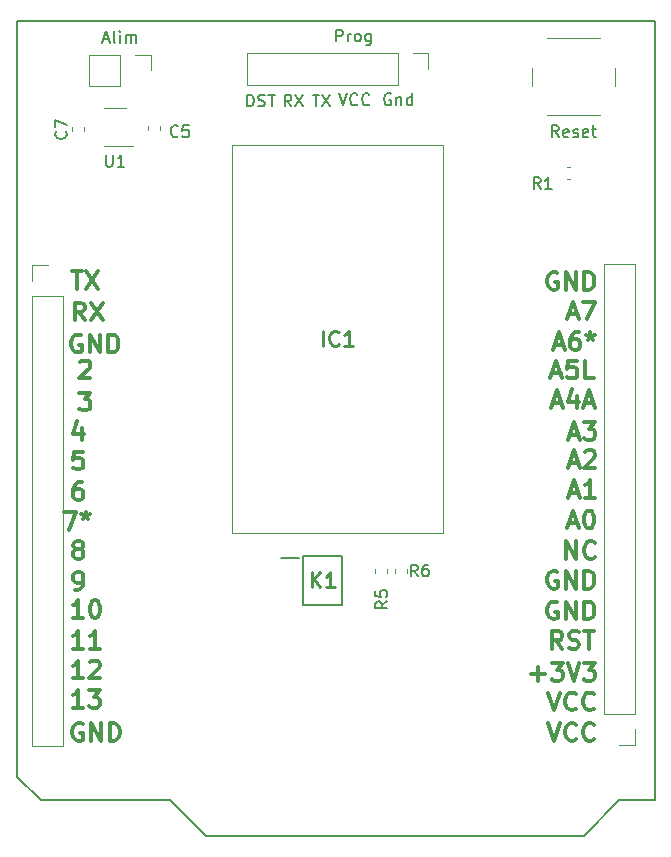
<source format=gbr>
G04 #@! TF.GenerationSoftware,KiCad,Pcbnew,(5.1.4)-1*
G04 #@! TF.CreationDate,2021-05-11T15:13:18+02:00*
G04 #@! TF.ProjectId,proto,70726f74-6f2e-46b6-9963-61645f706362,rev?*
G04 #@! TF.SameCoordinates,Original*
G04 #@! TF.FileFunction,Legend,Top*
G04 #@! TF.FilePolarity,Positive*
%FSLAX46Y46*%
G04 Gerber Fmt 4.6, Leading zero omitted, Abs format (unit mm)*
G04 Created by KiCad (PCBNEW (5.1.4)-1) date 2021-05-11 15:13:18*
%MOMM*%
%LPD*%
G04 APERTURE LIST*
%ADD10C,0.150000*%
%ADD11C,0.300000*%
%ADD12C,0.120000*%
%ADD13C,0.100000*%
%ADD14C,0.200000*%
%ADD15C,0.254000*%
G04 APERTURE END LIST*
D10*
X105000000Y-53000000D02*
X159000000Y-53000000D01*
X105000000Y-117000000D02*
X105000000Y-53000000D01*
X107000000Y-119000000D02*
X105000000Y-117000000D01*
X118000000Y-119000000D02*
X107000000Y-119000000D01*
X121000000Y-122000000D02*
X118000000Y-119000000D01*
X153000000Y-122000000D02*
X121000000Y-122000000D01*
X156000000Y-119000000D02*
X153000000Y-122000000D01*
X159000000Y-119000000D02*
X156000000Y-119000000D01*
X159000000Y-53000000D02*
X159000000Y-119000000D01*
X132266666Y-59152380D02*
X132600000Y-60152380D01*
X132933333Y-59152380D01*
X133838095Y-60057142D02*
X133790476Y-60104761D01*
X133647619Y-60152380D01*
X133552380Y-60152380D01*
X133409523Y-60104761D01*
X133314285Y-60009523D01*
X133266666Y-59914285D01*
X133219047Y-59723809D01*
X133219047Y-59580952D01*
X133266666Y-59390476D01*
X133314285Y-59295238D01*
X133409523Y-59200000D01*
X133552380Y-59152380D01*
X133647619Y-59152380D01*
X133790476Y-59200000D01*
X133838095Y-59247619D01*
X134838095Y-60057142D02*
X134790476Y-60104761D01*
X134647619Y-60152380D01*
X134552380Y-60152380D01*
X134409523Y-60104761D01*
X134314285Y-60009523D01*
X134266666Y-59914285D01*
X134219047Y-59723809D01*
X134219047Y-59580952D01*
X134266666Y-59390476D01*
X134314285Y-59295238D01*
X134409523Y-59200000D01*
X134552380Y-59152380D01*
X134647619Y-59152380D01*
X134790476Y-59200000D01*
X134838095Y-59247619D01*
X128233333Y-60252380D02*
X127900000Y-59776190D01*
X127661904Y-60252380D02*
X127661904Y-59252380D01*
X128042857Y-59252380D01*
X128138095Y-59300000D01*
X128185714Y-59347619D01*
X128233333Y-59442857D01*
X128233333Y-59585714D01*
X128185714Y-59680952D01*
X128138095Y-59728571D01*
X128042857Y-59776190D01*
X127661904Y-59776190D01*
X128566666Y-59252380D02*
X129233333Y-60252380D01*
X129233333Y-59252380D02*
X128566666Y-60252380D01*
X130038095Y-59252380D02*
X130609523Y-59252380D01*
X130323809Y-60252380D02*
X130323809Y-59252380D01*
X130847619Y-59252380D02*
X131514285Y-60252380D01*
X131514285Y-59252380D02*
X130847619Y-60252380D01*
X124480952Y-60252380D02*
X124480952Y-59252380D01*
X124719047Y-59252380D01*
X124861904Y-59300000D01*
X124957142Y-59395238D01*
X125004761Y-59490476D01*
X125052380Y-59680952D01*
X125052380Y-59823809D01*
X125004761Y-60014285D01*
X124957142Y-60109523D01*
X124861904Y-60204761D01*
X124719047Y-60252380D01*
X124480952Y-60252380D01*
X125433333Y-60204761D02*
X125576190Y-60252380D01*
X125814285Y-60252380D01*
X125909523Y-60204761D01*
X125957142Y-60157142D01*
X126004761Y-60061904D01*
X126004761Y-59966666D01*
X125957142Y-59871428D01*
X125909523Y-59823809D01*
X125814285Y-59776190D01*
X125623809Y-59728571D01*
X125528571Y-59680952D01*
X125480952Y-59633333D01*
X125433333Y-59538095D01*
X125433333Y-59442857D01*
X125480952Y-59347619D01*
X125528571Y-59300000D01*
X125623809Y-59252380D01*
X125861904Y-59252380D01*
X126004761Y-59300000D01*
X126290476Y-59252380D02*
X126861904Y-59252380D01*
X126576190Y-60252380D02*
X126576190Y-59252380D01*
X136657142Y-59200000D02*
X136561904Y-59152380D01*
X136419047Y-59152380D01*
X136276190Y-59200000D01*
X136180952Y-59295238D01*
X136133333Y-59390476D01*
X136085714Y-59580952D01*
X136085714Y-59723809D01*
X136133333Y-59914285D01*
X136180952Y-60009523D01*
X136276190Y-60104761D01*
X136419047Y-60152380D01*
X136514285Y-60152380D01*
X136657142Y-60104761D01*
X136704761Y-60057142D01*
X136704761Y-59723809D01*
X136514285Y-59723809D01*
X137133333Y-59485714D02*
X137133333Y-60152380D01*
X137133333Y-59580952D02*
X137180952Y-59533333D01*
X137276190Y-59485714D01*
X137419047Y-59485714D01*
X137514285Y-59533333D01*
X137561904Y-59628571D01*
X137561904Y-60152380D01*
X138466666Y-60152380D02*
X138466666Y-59152380D01*
X138466666Y-60104761D02*
X138371428Y-60152380D01*
X138180952Y-60152380D01*
X138085714Y-60104761D01*
X138038095Y-60057142D01*
X137990476Y-59961904D01*
X137990476Y-59676190D01*
X138038095Y-59580952D01*
X138085714Y-59533333D01*
X138180952Y-59485714D01*
X138371428Y-59485714D01*
X138466666Y-59533333D01*
X112295238Y-54566666D02*
X112771428Y-54566666D01*
X112200000Y-54852380D02*
X112533333Y-53852380D01*
X112866666Y-54852380D01*
X113342857Y-54852380D02*
X113247619Y-54804761D01*
X113200000Y-54709523D01*
X113200000Y-53852380D01*
X113723809Y-54852380D02*
X113723809Y-54185714D01*
X113723809Y-53852380D02*
X113676190Y-53900000D01*
X113723809Y-53947619D01*
X113771428Y-53900000D01*
X113723809Y-53852380D01*
X113723809Y-53947619D01*
X114200000Y-54852380D02*
X114200000Y-54185714D01*
X114200000Y-54280952D02*
X114247619Y-54233333D01*
X114342857Y-54185714D01*
X114485714Y-54185714D01*
X114580952Y-54233333D01*
X114628571Y-54328571D01*
X114628571Y-54852380D01*
X114628571Y-54328571D02*
X114676190Y-54233333D01*
X114771428Y-54185714D01*
X114914285Y-54185714D01*
X115009523Y-54233333D01*
X115057142Y-54328571D01*
X115057142Y-54852380D01*
X132023809Y-54752380D02*
X132023809Y-53752380D01*
X132404761Y-53752380D01*
X132500000Y-53800000D01*
X132547619Y-53847619D01*
X132595238Y-53942857D01*
X132595238Y-54085714D01*
X132547619Y-54180952D01*
X132500000Y-54228571D01*
X132404761Y-54276190D01*
X132023809Y-54276190D01*
X133023809Y-54752380D02*
X133023809Y-54085714D01*
X133023809Y-54276190D02*
X133071428Y-54180952D01*
X133119047Y-54133333D01*
X133214285Y-54085714D01*
X133309523Y-54085714D01*
X133785714Y-54752380D02*
X133690476Y-54704761D01*
X133642857Y-54657142D01*
X133595238Y-54561904D01*
X133595238Y-54276190D01*
X133642857Y-54180952D01*
X133690476Y-54133333D01*
X133785714Y-54085714D01*
X133928571Y-54085714D01*
X134023809Y-54133333D01*
X134071428Y-54180952D01*
X134119047Y-54276190D01*
X134119047Y-54561904D01*
X134071428Y-54657142D01*
X134023809Y-54704761D01*
X133928571Y-54752380D01*
X133785714Y-54752380D01*
X134976190Y-54085714D02*
X134976190Y-54895238D01*
X134928571Y-54990476D01*
X134880952Y-55038095D01*
X134785714Y-55085714D01*
X134642857Y-55085714D01*
X134547619Y-55038095D01*
X134976190Y-54704761D02*
X134880952Y-54752380D01*
X134690476Y-54752380D01*
X134595238Y-54704761D01*
X134547619Y-54657142D01*
X134500000Y-54561904D01*
X134500000Y-54276190D01*
X134547619Y-54180952D01*
X134595238Y-54133333D01*
X134690476Y-54085714D01*
X134880952Y-54085714D01*
X134976190Y-54133333D01*
X150861904Y-62852380D02*
X150528571Y-62376190D01*
X150290476Y-62852380D02*
X150290476Y-61852380D01*
X150671428Y-61852380D01*
X150766666Y-61900000D01*
X150814285Y-61947619D01*
X150861904Y-62042857D01*
X150861904Y-62185714D01*
X150814285Y-62280952D01*
X150766666Y-62328571D01*
X150671428Y-62376190D01*
X150290476Y-62376190D01*
X151671428Y-62804761D02*
X151576190Y-62852380D01*
X151385714Y-62852380D01*
X151290476Y-62804761D01*
X151242857Y-62709523D01*
X151242857Y-62328571D01*
X151290476Y-62233333D01*
X151385714Y-62185714D01*
X151576190Y-62185714D01*
X151671428Y-62233333D01*
X151719047Y-62328571D01*
X151719047Y-62423809D01*
X151242857Y-62519047D01*
X152100000Y-62804761D02*
X152195238Y-62852380D01*
X152385714Y-62852380D01*
X152480952Y-62804761D01*
X152528571Y-62709523D01*
X152528571Y-62661904D01*
X152480952Y-62566666D01*
X152385714Y-62519047D01*
X152242857Y-62519047D01*
X152147619Y-62471428D01*
X152100000Y-62376190D01*
X152100000Y-62328571D01*
X152147619Y-62233333D01*
X152242857Y-62185714D01*
X152385714Y-62185714D01*
X152480952Y-62233333D01*
X153338095Y-62804761D02*
X153242857Y-62852380D01*
X153052380Y-62852380D01*
X152957142Y-62804761D01*
X152909523Y-62709523D01*
X152909523Y-62328571D01*
X152957142Y-62233333D01*
X153052380Y-62185714D01*
X153242857Y-62185714D01*
X153338095Y-62233333D01*
X153385714Y-62328571D01*
X153385714Y-62423809D01*
X152909523Y-62519047D01*
X153671428Y-62185714D02*
X154052380Y-62185714D01*
X153814285Y-61852380D02*
X153814285Y-62709523D01*
X153861904Y-62804761D01*
X153957142Y-62852380D01*
X154052380Y-62852380D01*
D11*
X150000000Y-112478571D02*
X150500000Y-113978571D01*
X151000000Y-112478571D01*
X152357142Y-113835714D02*
X152285714Y-113907142D01*
X152071428Y-113978571D01*
X151928571Y-113978571D01*
X151714285Y-113907142D01*
X151571428Y-113764285D01*
X151500000Y-113621428D01*
X151428571Y-113335714D01*
X151428571Y-113121428D01*
X151500000Y-112835714D01*
X151571428Y-112692857D01*
X151714285Y-112550000D01*
X151928571Y-112478571D01*
X152071428Y-112478571D01*
X152285714Y-112550000D01*
X152357142Y-112621428D01*
X153857142Y-113835714D02*
X153785714Y-113907142D01*
X153571428Y-113978571D01*
X153428571Y-113978571D01*
X153214285Y-113907142D01*
X153071428Y-113764285D01*
X153000000Y-113621428D01*
X152928571Y-113335714D01*
X152928571Y-113121428D01*
X153000000Y-112835714D01*
X153071428Y-112692857D01*
X153214285Y-112550000D01*
X153428571Y-112478571D01*
X153571428Y-112478571D01*
X153785714Y-112550000D01*
X153857142Y-112621428D01*
X150000000Y-109878571D02*
X150500000Y-111378571D01*
X151000000Y-109878571D01*
X152357142Y-111235714D02*
X152285714Y-111307142D01*
X152071428Y-111378571D01*
X151928571Y-111378571D01*
X151714285Y-111307142D01*
X151571428Y-111164285D01*
X151500000Y-111021428D01*
X151428571Y-110735714D01*
X151428571Y-110521428D01*
X151500000Y-110235714D01*
X151571428Y-110092857D01*
X151714285Y-109950000D01*
X151928571Y-109878571D01*
X152071428Y-109878571D01*
X152285714Y-109950000D01*
X152357142Y-110021428D01*
X153857142Y-111235714D02*
X153785714Y-111307142D01*
X153571428Y-111378571D01*
X153428571Y-111378571D01*
X153214285Y-111307142D01*
X153071428Y-111164285D01*
X153000000Y-111021428D01*
X152928571Y-110735714D01*
X152928571Y-110521428D01*
X153000000Y-110235714D01*
X153071428Y-110092857D01*
X153214285Y-109950000D01*
X153428571Y-109878571D01*
X153571428Y-109878571D01*
X153785714Y-109950000D01*
X153857142Y-110021428D01*
X148557142Y-108307142D02*
X149700000Y-108307142D01*
X149128571Y-108878571D02*
X149128571Y-107735714D01*
X150271428Y-107378571D02*
X151200000Y-107378571D01*
X150700000Y-107950000D01*
X150914285Y-107950000D01*
X151057142Y-108021428D01*
X151128571Y-108092857D01*
X151200000Y-108235714D01*
X151200000Y-108592857D01*
X151128571Y-108735714D01*
X151057142Y-108807142D01*
X150914285Y-108878571D01*
X150485714Y-108878571D01*
X150342857Y-108807142D01*
X150271428Y-108735714D01*
X151628571Y-107378571D02*
X152128571Y-108878571D01*
X152628571Y-107378571D01*
X152985714Y-107378571D02*
X153914285Y-107378571D01*
X153414285Y-107950000D01*
X153628571Y-107950000D01*
X153771428Y-108021428D01*
X153842857Y-108092857D01*
X153914285Y-108235714D01*
X153914285Y-108592857D01*
X153842857Y-108735714D01*
X153771428Y-108807142D01*
X153628571Y-108878571D01*
X153200000Y-108878571D01*
X153057142Y-108807142D01*
X152985714Y-108735714D01*
X151178571Y-106178571D02*
X150678571Y-105464285D01*
X150321428Y-106178571D02*
X150321428Y-104678571D01*
X150892857Y-104678571D01*
X151035714Y-104750000D01*
X151107142Y-104821428D01*
X151178571Y-104964285D01*
X151178571Y-105178571D01*
X151107142Y-105321428D01*
X151035714Y-105392857D01*
X150892857Y-105464285D01*
X150321428Y-105464285D01*
X151750000Y-106107142D02*
X151964285Y-106178571D01*
X152321428Y-106178571D01*
X152464285Y-106107142D01*
X152535714Y-106035714D01*
X152607142Y-105892857D01*
X152607142Y-105750000D01*
X152535714Y-105607142D01*
X152464285Y-105535714D01*
X152321428Y-105464285D01*
X152035714Y-105392857D01*
X151892857Y-105321428D01*
X151821428Y-105250000D01*
X151750000Y-105107142D01*
X151750000Y-104964285D01*
X151821428Y-104821428D01*
X151892857Y-104750000D01*
X152035714Y-104678571D01*
X152392857Y-104678571D01*
X152607142Y-104750000D01*
X153035714Y-104678571D02*
X153892857Y-104678571D01*
X153464285Y-106178571D02*
X153464285Y-104678571D01*
X150757142Y-102250000D02*
X150614285Y-102178571D01*
X150400000Y-102178571D01*
X150185714Y-102250000D01*
X150042857Y-102392857D01*
X149971428Y-102535714D01*
X149900000Y-102821428D01*
X149900000Y-103035714D01*
X149971428Y-103321428D01*
X150042857Y-103464285D01*
X150185714Y-103607142D01*
X150400000Y-103678571D01*
X150542857Y-103678571D01*
X150757142Y-103607142D01*
X150828571Y-103535714D01*
X150828571Y-103035714D01*
X150542857Y-103035714D01*
X151471428Y-103678571D02*
X151471428Y-102178571D01*
X152328571Y-103678571D01*
X152328571Y-102178571D01*
X153042857Y-103678571D02*
X153042857Y-102178571D01*
X153400000Y-102178571D01*
X153614285Y-102250000D01*
X153757142Y-102392857D01*
X153828571Y-102535714D01*
X153900000Y-102821428D01*
X153900000Y-103035714D01*
X153828571Y-103321428D01*
X153757142Y-103464285D01*
X153614285Y-103607142D01*
X153400000Y-103678571D01*
X153042857Y-103678571D01*
X150757142Y-99650000D02*
X150614285Y-99578571D01*
X150400000Y-99578571D01*
X150185714Y-99650000D01*
X150042857Y-99792857D01*
X149971428Y-99935714D01*
X149900000Y-100221428D01*
X149900000Y-100435714D01*
X149971428Y-100721428D01*
X150042857Y-100864285D01*
X150185714Y-101007142D01*
X150400000Y-101078571D01*
X150542857Y-101078571D01*
X150757142Y-101007142D01*
X150828571Y-100935714D01*
X150828571Y-100435714D01*
X150542857Y-100435714D01*
X151471428Y-101078571D02*
X151471428Y-99578571D01*
X152328571Y-101078571D01*
X152328571Y-99578571D01*
X153042857Y-101078571D02*
X153042857Y-99578571D01*
X153400000Y-99578571D01*
X153614285Y-99650000D01*
X153757142Y-99792857D01*
X153828571Y-99935714D01*
X153900000Y-100221428D01*
X153900000Y-100435714D01*
X153828571Y-100721428D01*
X153757142Y-100864285D01*
X153614285Y-101007142D01*
X153400000Y-101078571D01*
X153042857Y-101078571D01*
X151521428Y-98578571D02*
X151521428Y-97078571D01*
X152378571Y-98578571D01*
X152378571Y-97078571D01*
X153950000Y-98435714D02*
X153878571Y-98507142D01*
X153664285Y-98578571D01*
X153521428Y-98578571D01*
X153307142Y-98507142D01*
X153164285Y-98364285D01*
X153092857Y-98221428D01*
X153021428Y-97935714D01*
X153021428Y-97721428D01*
X153092857Y-97435714D01*
X153164285Y-97292857D01*
X153307142Y-97150000D01*
X153521428Y-97078571D01*
X153664285Y-97078571D01*
X153878571Y-97150000D01*
X153950000Y-97221428D01*
X151728571Y-95550000D02*
X152442857Y-95550000D01*
X151585714Y-95978571D02*
X152085714Y-94478571D01*
X152585714Y-95978571D01*
X153371428Y-94478571D02*
X153514285Y-94478571D01*
X153657142Y-94550000D01*
X153728571Y-94621428D01*
X153800000Y-94764285D01*
X153871428Y-95050000D01*
X153871428Y-95407142D01*
X153800000Y-95692857D01*
X153728571Y-95835714D01*
X153657142Y-95907142D01*
X153514285Y-95978571D01*
X153371428Y-95978571D01*
X153228571Y-95907142D01*
X153157142Y-95835714D01*
X153085714Y-95692857D01*
X153014285Y-95407142D01*
X153014285Y-95050000D01*
X153085714Y-94764285D01*
X153157142Y-94621428D01*
X153228571Y-94550000D01*
X153371428Y-94478571D01*
X151828571Y-92950000D02*
X152542857Y-92950000D01*
X151685714Y-93378571D02*
X152185714Y-91878571D01*
X152685714Y-93378571D01*
X153971428Y-93378571D02*
X153114285Y-93378571D01*
X153542857Y-93378571D02*
X153542857Y-91878571D01*
X153400000Y-92092857D01*
X153257142Y-92235714D01*
X153114285Y-92307142D01*
X151828571Y-90450000D02*
X152542857Y-90450000D01*
X151685714Y-90878571D02*
X152185714Y-89378571D01*
X152685714Y-90878571D01*
X153114285Y-89521428D02*
X153185714Y-89450000D01*
X153328571Y-89378571D01*
X153685714Y-89378571D01*
X153828571Y-89450000D01*
X153900000Y-89521428D01*
X153971428Y-89664285D01*
X153971428Y-89807142D01*
X153900000Y-90021428D01*
X153042857Y-90878571D01*
X153971428Y-90878571D01*
X151828571Y-88050000D02*
X152542857Y-88050000D01*
X151685714Y-88478571D02*
X152185714Y-86978571D01*
X152685714Y-88478571D01*
X153042857Y-86978571D02*
X153971428Y-86978571D01*
X153471428Y-87550000D01*
X153685714Y-87550000D01*
X153828571Y-87621428D01*
X153900000Y-87692857D01*
X153971428Y-87835714D01*
X153971428Y-88192857D01*
X153900000Y-88335714D01*
X153828571Y-88407142D01*
X153685714Y-88478571D01*
X153257142Y-88478571D01*
X153114285Y-88407142D01*
X153042857Y-88335714D01*
X150385714Y-85350000D02*
X151100000Y-85350000D01*
X150242857Y-85778571D02*
X150742857Y-84278571D01*
X151242857Y-85778571D01*
X152385714Y-84778571D02*
X152385714Y-85778571D01*
X152028571Y-84207142D02*
X151671428Y-85278571D01*
X152600000Y-85278571D01*
X153100000Y-85350000D02*
X153814285Y-85350000D01*
X152957142Y-85778571D02*
X153457142Y-84278571D01*
X153957142Y-85778571D01*
X150321428Y-82850000D02*
X151035714Y-82850000D01*
X150178571Y-83278571D02*
X150678571Y-81778571D01*
X151178571Y-83278571D01*
X152392857Y-81778571D02*
X151678571Y-81778571D01*
X151607142Y-82492857D01*
X151678571Y-82421428D01*
X151821428Y-82350000D01*
X152178571Y-82350000D01*
X152321428Y-82421428D01*
X152392857Y-82492857D01*
X152464285Y-82635714D01*
X152464285Y-82992857D01*
X152392857Y-83135714D01*
X152321428Y-83207142D01*
X152178571Y-83278571D01*
X151821428Y-83278571D01*
X151678571Y-83207142D01*
X151607142Y-83135714D01*
X153821428Y-83278571D02*
X153107142Y-83278571D01*
X153107142Y-81778571D01*
X150557142Y-80450000D02*
X151271428Y-80450000D01*
X150414285Y-80878571D02*
X150914285Y-79378571D01*
X151414285Y-80878571D01*
X152557142Y-79378571D02*
X152271428Y-79378571D01*
X152128571Y-79450000D01*
X152057142Y-79521428D01*
X151914285Y-79735714D01*
X151842857Y-80021428D01*
X151842857Y-80592857D01*
X151914285Y-80735714D01*
X151985714Y-80807142D01*
X152128571Y-80878571D01*
X152414285Y-80878571D01*
X152557142Y-80807142D01*
X152628571Y-80735714D01*
X152700000Y-80592857D01*
X152700000Y-80235714D01*
X152628571Y-80092857D01*
X152557142Y-80021428D01*
X152414285Y-79950000D01*
X152128571Y-79950000D01*
X151985714Y-80021428D01*
X151914285Y-80092857D01*
X151842857Y-80235714D01*
X153557142Y-79378571D02*
X153557142Y-79735714D01*
X153200000Y-79592857D02*
X153557142Y-79735714D01*
X153914285Y-79592857D01*
X153342857Y-80021428D02*
X153557142Y-79735714D01*
X153771428Y-80021428D01*
X151728571Y-77850000D02*
X152442857Y-77850000D01*
X151585714Y-78278571D02*
X152085714Y-76778571D01*
X152585714Y-78278571D01*
X152942857Y-76778571D02*
X153942857Y-76778571D01*
X153300000Y-78278571D01*
X150757142Y-74350000D02*
X150614285Y-74278571D01*
X150400000Y-74278571D01*
X150185714Y-74350000D01*
X150042857Y-74492857D01*
X149971428Y-74635714D01*
X149900000Y-74921428D01*
X149900000Y-75135714D01*
X149971428Y-75421428D01*
X150042857Y-75564285D01*
X150185714Y-75707142D01*
X150400000Y-75778571D01*
X150542857Y-75778571D01*
X150757142Y-75707142D01*
X150828571Y-75635714D01*
X150828571Y-75135714D01*
X150542857Y-75135714D01*
X151471428Y-75778571D02*
X151471428Y-74278571D01*
X152328571Y-75778571D01*
X152328571Y-74278571D01*
X153042857Y-75778571D02*
X153042857Y-74278571D01*
X153400000Y-74278571D01*
X153614285Y-74350000D01*
X153757142Y-74492857D01*
X153828571Y-74635714D01*
X153900000Y-74921428D01*
X153900000Y-75135714D01*
X153828571Y-75421428D01*
X153757142Y-75564285D01*
X153614285Y-75707142D01*
X153400000Y-75778571D01*
X153042857Y-75778571D01*
X110557142Y-112550000D02*
X110414285Y-112478571D01*
X110200000Y-112478571D01*
X109985714Y-112550000D01*
X109842857Y-112692857D01*
X109771428Y-112835714D01*
X109700000Y-113121428D01*
X109700000Y-113335714D01*
X109771428Y-113621428D01*
X109842857Y-113764285D01*
X109985714Y-113907142D01*
X110200000Y-113978571D01*
X110342857Y-113978571D01*
X110557142Y-113907142D01*
X110628571Y-113835714D01*
X110628571Y-113335714D01*
X110342857Y-113335714D01*
X111271428Y-113978571D02*
X111271428Y-112478571D01*
X112128571Y-113978571D01*
X112128571Y-112478571D01*
X112842857Y-113978571D02*
X112842857Y-112478571D01*
X113200000Y-112478571D01*
X113414285Y-112550000D01*
X113557142Y-112692857D01*
X113628571Y-112835714D01*
X113700000Y-113121428D01*
X113700000Y-113335714D01*
X113628571Y-113621428D01*
X113557142Y-113764285D01*
X113414285Y-113907142D01*
X113200000Y-113978571D01*
X112842857Y-113978571D01*
X110614285Y-111178571D02*
X109757142Y-111178571D01*
X110185714Y-111178571D02*
X110185714Y-109678571D01*
X110042857Y-109892857D01*
X109900000Y-110035714D01*
X109757142Y-110107142D01*
X111114285Y-109678571D02*
X112042857Y-109678571D01*
X111542857Y-110250000D01*
X111757142Y-110250000D01*
X111900000Y-110321428D01*
X111971428Y-110392857D01*
X112042857Y-110535714D01*
X112042857Y-110892857D01*
X111971428Y-111035714D01*
X111900000Y-111107142D01*
X111757142Y-111178571D01*
X111328571Y-111178571D01*
X111185714Y-111107142D01*
X111114285Y-111035714D01*
X110614285Y-108678571D02*
X109757142Y-108678571D01*
X110185714Y-108678571D02*
X110185714Y-107178571D01*
X110042857Y-107392857D01*
X109900000Y-107535714D01*
X109757142Y-107607142D01*
X111185714Y-107321428D02*
X111257142Y-107250000D01*
X111400000Y-107178571D01*
X111757142Y-107178571D01*
X111900000Y-107250000D01*
X111971428Y-107321428D01*
X112042857Y-107464285D01*
X112042857Y-107607142D01*
X111971428Y-107821428D01*
X111114285Y-108678571D01*
X112042857Y-108678571D01*
X110614285Y-106178571D02*
X109757142Y-106178571D01*
X110185714Y-106178571D02*
X110185714Y-104678571D01*
X110042857Y-104892857D01*
X109900000Y-105035714D01*
X109757142Y-105107142D01*
X112042857Y-106178571D02*
X111185714Y-106178571D01*
X111614285Y-106178571D02*
X111614285Y-104678571D01*
X111471428Y-104892857D01*
X111328571Y-105035714D01*
X111185714Y-105107142D01*
X110614285Y-103578571D02*
X109757142Y-103578571D01*
X110185714Y-103578571D02*
X110185714Y-102078571D01*
X110042857Y-102292857D01*
X109900000Y-102435714D01*
X109757142Y-102507142D01*
X111542857Y-102078571D02*
X111685714Y-102078571D01*
X111828571Y-102150000D01*
X111900000Y-102221428D01*
X111971428Y-102364285D01*
X112042857Y-102650000D01*
X112042857Y-103007142D01*
X111971428Y-103292857D01*
X111900000Y-103435714D01*
X111828571Y-103507142D01*
X111685714Y-103578571D01*
X111542857Y-103578571D01*
X111400000Y-103507142D01*
X111328571Y-103435714D01*
X111257142Y-103292857D01*
X111185714Y-103007142D01*
X111185714Y-102650000D01*
X111257142Y-102364285D01*
X111328571Y-102221428D01*
X111400000Y-102150000D01*
X111542857Y-102078571D01*
X109914285Y-101178571D02*
X110200000Y-101178571D01*
X110342857Y-101107142D01*
X110414285Y-101035714D01*
X110557142Y-100821428D01*
X110628571Y-100535714D01*
X110628571Y-99964285D01*
X110557142Y-99821428D01*
X110485714Y-99750000D01*
X110342857Y-99678571D01*
X110057142Y-99678571D01*
X109914285Y-99750000D01*
X109842857Y-99821428D01*
X109771428Y-99964285D01*
X109771428Y-100321428D01*
X109842857Y-100464285D01*
X109914285Y-100535714D01*
X110057142Y-100607142D01*
X110342857Y-100607142D01*
X110485714Y-100535714D01*
X110557142Y-100464285D01*
X110628571Y-100321428D01*
X110057142Y-97721428D02*
X109914285Y-97650000D01*
X109842857Y-97578571D01*
X109771428Y-97435714D01*
X109771428Y-97364285D01*
X109842857Y-97221428D01*
X109914285Y-97150000D01*
X110057142Y-97078571D01*
X110342857Y-97078571D01*
X110485714Y-97150000D01*
X110557142Y-97221428D01*
X110628571Y-97364285D01*
X110628571Y-97435714D01*
X110557142Y-97578571D01*
X110485714Y-97650000D01*
X110342857Y-97721428D01*
X110057142Y-97721428D01*
X109914285Y-97792857D01*
X109842857Y-97864285D01*
X109771428Y-98007142D01*
X109771428Y-98292857D01*
X109842857Y-98435714D01*
X109914285Y-98507142D01*
X110057142Y-98578571D01*
X110342857Y-98578571D01*
X110485714Y-98507142D01*
X110557142Y-98435714D01*
X110628571Y-98292857D01*
X110628571Y-98007142D01*
X110557142Y-97864285D01*
X110485714Y-97792857D01*
X110342857Y-97721428D01*
X109028571Y-94578571D02*
X110028571Y-94578571D01*
X109385714Y-96078571D01*
X110814285Y-94578571D02*
X110814285Y-94935714D01*
X110457142Y-94792857D02*
X110814285Y-94935714D01*
X111171428Y-94792857D01*
X110600000Y-95221428D02*
X110814285Y-94935714D01*
X111028571Y-95221428D01*
X110485714Y-92078571D02*
X110200000Y-92078571D01*
X110057142Y-92150000D01*
X109985714Y-92221428D01*
X109842857Y-92435714D01*
X109771428Y-92721428D01*
X109771428Y-93292857D01*
X109842857Y-93435714D01*
X109914285Y-93507142D01*
X110057142Y-93578571D01*
X110342857Y-93578571D01*
X110485714Y-93507142D01*
X110557142Y-93435714D01*
X110628571Y-93292857D01*
X110628571Y-92935714D01*
X110557142Y-92792857D01*
X110485714Y-92721428D01*
X110342857Y-92650000D01*
X110057142Y-92650000D01*
X109914285Y-92721428D01*
X109842857Y-92792857D01*
X109771428Y-92935714D01*
X110557142Y-89478571D02*
X109842857Y-89478571D01*
X109771428Y-90192857D01*
X109842857Y-90121428D01*
X109985714Y-90050000D01*
X110342857Y-90050000D01*
X110485714Y-90121428D01*
X110557142Y-90192857D01*
X110628571Y-90335714D01*
X110628571Y-90692857D01*
X110557142Y-90835714D01*
X110485714Y-90907142D01*
X110342857Y-90978571D01*
X109985714Y-90978571D01*
X109842857Y-90907142D01*
X109771428Y-90835714D01*
X110485714Y-87478571D02*
X110485714Y-88478571D01*
X110128571Y-86907142D02*
X109771428Y-87978571D01*
X110700000Y-87978571D01*
X110300000Y-84478571D02*
X111228571Y-84478571D01*
X110728571Y-85050000D01*
X110942857Y-85050000D01*
X111085714Y-85121428D01*
X111157142Y-85192857D01*
X111228571Y-85335714D01*
X111228571Y-85692857D01*
X111157142Y-85835714D01*
X111085714Y-85907142D01*
X110942857Y-85978571D01*
X110514285Y-85978571D01*
X110371428Y-85907142D01*
X110300000Y-85835714D01*
X110371428Y-81921428D02*
X110442857Y-81850000D01*
X110585714Y-81778571D01*
X110942857Y-81778571D01*
X111085714Y-81850000D01*
X111157142Y-81921428D01*
X111228571Y-82064285D01*
X111228571Y-82207142D01*
X111157142Y-82421428D01*
X110300000Y-83278571D01*
X111228571Y-83278571D01*
X110457142Y-79650000D02*
X110314285Y-79578571D01*
X110100000Y-79578571D01*
X109885714Y-79650000D01*
X109742857Y-79792857D01*
X109671428Y-79935714D01*
X109600000Y-80221428D01*
X109600000Y-80435714D01*
X109671428Y-80721428D01*
X109742857Y-80864285D01*
X109885714Y-81007142D01*
X110100000Y-81078571D01*
X110242857Y-81078571D01*
X110457142Y-81007142D01*
X110528571Y-80935714D01*
X110528571Y-80435714D01*
X110242857Y-80435714D01*
X111171428Y-81078571D02*
X111171428Y-79578571D01*
X112028571Y-81078571D01*
X112028571Y-79578571D01*
X112742857Y-81078571D02*
X112742857Y-79578571D01*
X113100000Y-79578571D01*
X113314285Y-79650000D01*
X113457142Y-79792857D01*
X113528571Y-79935714D01*
X113600000Y-80221428D01*
X113600000Y-80435714D01*
X113528571Y-80721428D01*
X113457142Y-80864285D01*
X113314285Y-81007142D01*
X113100000Y-81078571D01*
X112742857Y-81078571D01*
X110750000Y-78378571D02*
X110250000Y-77664285D01*
X109892857Y-78378571D02*
X109892857Y-76878571D01*
X110464285Y-76878571D01*
X110607142Y-76950000D01*
X110678571Y-77021428D01*
X110750000Y-77164285D01*
X110750000Y-77378571D01*
X110678571Y-77521428D01*
X110607142Y-77592857D01*
X110464285Y-77664285D01*
X109892857Y-77664285D01*
X111250000Y-76878571D02*
X112250000Y-78378571D01*
X112250000Y-76878571D02*
X111250000Y-78378571D01*
X109657142Y-74178571D02*
X110514285Y-74178571D01*
X110085714Y-75678571D02*
X110085714Y-74178571D01*
X110871428Y-74178571D02*
X111871428Y-75678571D01*
X111871428Y-74178571D02*
X110871428Y-75678571D01*
D12*
X117110000Y-61937221D02*
X117110000Y-62262779D01*
X116090000Y-61937221D02*
X116090000Y-62262779D01*
D13*
X123200000Y-63500000D02*
X141100000Y-63500000D01*
X141100000Y-63500000D02*
X141100000Y-96400000D01*
X141100000Y-96400000D02*
X123200000Y-96400000D01*
X123200000Y-96400000D02*
X123200000Y-63500000D01*
D12*
X106270000Y-114430000D02*
X108930000Y-114430000D01*
X106270000Y-76270000D02*
X106270000Y-114430000D01*
X108930000Y-76270000D02*
X108930000Y-114430000D01*
X106270000Y-76270000D02*
X108930000Y-76270000D01*
X106270000Y-75000000D02*
X106270000Y-73670000D01*
X106270000Y-73670000D02*
X107600000Y-73670000D01*
X124470000Y-55770000D02*
X124470000Y-58430000D01*
X137230000Y-55770000D02*
X124470000Y-55770000D01*
X137230000Y-58430000D02*
X124470000Y-58430000D01*
X137230000Y-55770000D02*
X137230000Y-58430000D01*
X138500000Y-55770000D02*
X139830000Y-55770000D01*
X139830000Y-55770000D02*
X139830000Y-57100000D01*
X157330000Y-114330000D02*
X156000000Y-114330000D01*
X157330000Y-113000000D02*
X157330000Y-114330000D01*
X157330000Y-111730000D02*
X154670000Y-111730000D01*
X154670000Y-111730000D02*
X154670000Y-73570000D01*
X157330000Y-111730000D02*
X157330000Y-73570000D01*
X157330000Y-73570000D02*
X154670000Y-73570000D01*
X111130000Y-55870000D02*
X111130000Y-58530000D01*
X113730000Y-55870000D02*
X111130000Y-55870000D01*
X113730000Y-58530000D02*
X111130000Y-58530000D01*
X113730000Y-55870000D02*
X113730000Y-58530000D01*
X115000000Y-55870000D02*
X116330000Y-55870000D01*
X116330000Y-55870000D02*
X116330000Y-57200000D01*
X151537221Y-65390000D02*
X151862779Y-65390000D01*
X151537221Y-66410000D02*
X151862779Y-66410000D01*
X135290000Y-99762779D02*
X135290000Y-99437221D01*
X136310000Y-99762779D02*
X136310000Y-99437221D01*
X136990000Y-99437221D02*
X136990000Y-99762779D01*
X138010000Y-99437221D02*
X138010000Y-99762779D01*
X149900000Y-61000000D02*
X154400000Y-61000000D01*
X148650000Y-57000000D02*
X148650000Y-58500000D01*
X154400000Y-54500000D02*
X149900000Y-54500000D01*
X155650000Y-58500000D02*
X155650000Y-57000000D01*
D14*
X129250000Y-98356000D02*
X132550000Y-98356000D01*
X132550000Y-98356000D02*
X132550000Y-102444000D01*
X132550000Y-102444000D02*
X129250000Y-102444000D01*
X129250000Y-102444000D02*
X129250000Y-98356000D01*
X127400000Y-98455000D02*
X128900000Y-98455000D01*
D12*
X109690000Y-62362779D02*
X109690000Y-62037221D01*
X110710000Y-62362779D02*
X110710000Y-62037221D01*
X114200000Y-60390000D02*
X112400000Y-60390000D01*
X112400000Y-63610000D02*
X114850000Y-63610000D01*
D10*
X118633333Y-62757142D02*
X118585714Y-62804761D01*
X118442857Y-62852380D01*
X118347619Y-62852380D01*
X118204761Y-62804761D01*
X118109523Y-62709523D01*
X118061904Y-62614285D01*
X118014285Y-62423809D01*
X118014285Y-62280952D01*
X118061904Y-62090476D01*
X118109523Y-61995238D01*
X118204761Y-61900000D01*
X118347619Y-61852380D01*
X118442857Y-61852380D01*
X118585714Y-61900000D01*
X118633333Y-61947619D01*
X119538095Y-61852380D02*
X119061904Y-61852380D01*
X119014285Y-62328571D01*
X119061904Y-62280952D01*
X119157142Y-62233333D01*
X119395238Y-62233333D01*
X119490476Y-62280952D01*
X119538095Y-62328571D01*
X119585714Y-62423809D01*
X119585714Y-62661904D01*
X119538095Y-62757142D01*
X119490476Y-62804761D01*
X119395238Y-62852380D01*
X119157142Y-62852380D01*
X119061904Y-62804761D01*
X119014285Y-62757142D01*
D15*
X130910238Y-80524523D02*
X130910238Y-79254523D01*
X132240714Y-80403571D02*
X132180238Y-80464047D01*
X131998809Y-80524523D01*
X131877857Y-80524523D01*
X131696428Y-80464047D01*
X131575476Y-80343095D01*
X131515000Y-80222142D01*
X131454523Y-79980238D01*
X131454523Y-79798809D01*
X131515000Y-79556904D01*
X131575476Y-79435952D01*
X131696428Y-79315000D01*
X131877857Y-79254523D01*
X131998809Y-79254523D01*
X132180238Y-79315000D01*
X132240714Y-79375476D01*
X133450238Y-80524523D02*
X132724523Y-80524523D01*
X133087380Y-80524523D02*
X133087380Y-79254523D01*
X132966428Y-79435952D01*
X132845476Y-79556904D01*
X132724523Y-79617380D01*
D10*
X149333333Y-67252380D02*
X149000000Y-66776190D01*
X148761904Y-67252380D02*
X148761904Y-66252380D01*
X149142857Y-66252380D01*
X149238095Y-66300000D01*
X149285714Y-66347619D01*
X149333333Y-66442857D01*
X149333333Y-66585714D01*
X149285714Y-66680952D01*
X149238095Y-66728571D01*
X149142857Y-66776190D01*
X148761904Y-66776190D01*
X150285714Y-67252380D02*
X149714285Y-67252380D01*
X150000000Y-67252380D02*
X150000000Y-66252380D01*
X149904761Y-66395238D01*
X149809523Y-66490476D01*
X149714285Y-66538095D01*
X136352380Y-102166666D02*
X135876190Y-102500000D01*
X136352380Y-102738095D02*
X135352380Y-102738095D01*
X135352380Y-102357142D01*
X135400000Y-102261904D01*
X135447619Y-102214285D01*
X135542857Y-102166666D01*
X135685714Y-102166666D01*
X135780952Y-102214285D01*
X135828571Y-102261904D01*
X135876190Y-102357142D01*
X135876190Y-102738095D01*
X135352380Y-101261904D02*
X135352380Y-101738095D01*
X135828571Y-101785714D01*
X135780952Y-101738095D01*
X135733333Y-101642857D01*
X135733333Y-101404761D01*
X135780952Y-101309523D01*
X135828571Y-101261904D01*
X135923809Y-101214285D01*
X136161904Y-101214285D01*
X136257142Y-101261904D01*
X136304761Y-101309523D01*
X136352380Y-101404761D01*
X136352380Y-101642857D01*
X136304761Y-101738095D01*
X136257142Y-101785714D01*
X138933333Y-100052380D02*
X138600000Y-99576190D01*
X138361904Y-100052380D02*
X138361904Y-99052380D01*
X138742857Y-99052380D01*
X138838095Y-99100000D01*
X138885714Y-99147619D01*
X138933333Y-99242857D01*
X138933333Y-99385714D01*
X138885714Y-99480952D01*
X138838095Y-99528571D01*
X138742857Y-99576190D01*
X138361904Y-99576190D01*
X139790476Y-99052380D02*
X139600000Y-99052380D01*
X139504761Y-99100000D01*
X139457142Y-99147619D01*
X139361904Y-99290476D01*
X139314285Y-99480952D01*
X139314285Y-99861904D01*
X139361904Y-99957142D01*
X139409523Y-100004761D01*
X139504761Y-100052380D01*
X139695238Y-100052380D01*
X139790476Y-100004761D01*
X139838095Y-99957142D01*
X139885714Y-99861904D01*
X139885714Y-99623809D01*
X139838095Y-99528571D01*
X139790476Y-99480952D01*
X139695238Y-99433333D01*
X139504761Y-99433333D01*
X139409523Y-99480952D01*
X139361904Y-99528571D01*
X139314285Y-99623809D01*
D15*
X129962619Y-100974523D02*
X129962619Y-99704523D01*
X130688333Y-100974523D02*
X130144047Y-100248809D01*
X130688333Y-99704523D02*
X129962619Y-100430238D01*
X131897857Y-100974523D02*
X131172142Y-100974523D01*
X131535000Y-100974523D02*
X131535000Y-99704523D01*
X131414047Y-99885952D01*
X131293095Y-100006904D01*
X131172142Y-100067380D01*
D10*
X109127142Y-62366666D02*
X109174761Y-62414285D01*
X109222380Y-62557142D01*
X109222380Y-62652380D01*
X109174761Y-62795238D01*
X109079523Y-62890476D01*
X108984285Y-62938095D01*
X108793809Y-62985714D01*
X108650952Y-62985714D01*
X108460476Y-62938095D01*
X108365238Y-62890476D01*
X108270000Y-62795238D01*
X108222380Y-62652380D01*
X108222380Y-62557142D01*
X108270000Y-62414285D01*
X108317619Y-62366666D01*
X108222380Y-62033333D02*
X108222380Y-61366666D01*
X109222380Y-61795238D01*
X112538095Y-64352380D02*
X112538095Y-65161904D01*
X112585714Y-65257142D01*
X112633333Y-65304761D01*
X112728571Y-65352380D01*
X112919047Y-65352380D01*
X113014285Y-65304761D01*
X113061904Y-65257142D01*
X113109523Y-65161904D01*
X113109523Y-64352380D01*
X114109523Y-65352380D02*
X113538095Y-65352380D01*
X113823809Y-65352380D02*
X113823809Y-64352380D01*
X113728571Y-64495238D01*
X113633333Y-64590476D01*
X113538095Y-64638095D01*
M02*

</source>
